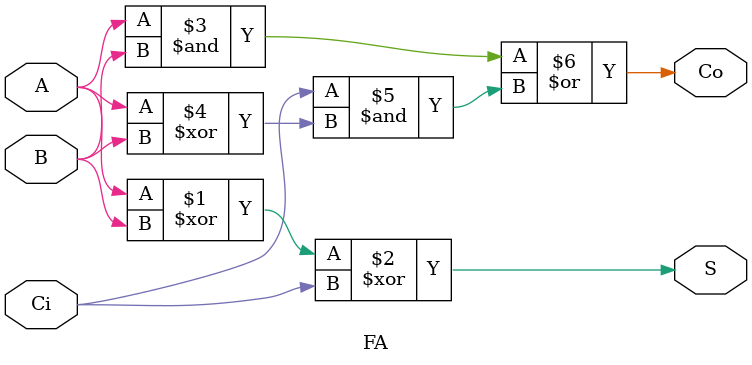
<source format=sv>
module FA (
    input  logic A,   // data operand A bit
    input  logic B,   // data operand B bit
    input  logic Ci,  // carry input
    output logic S,   // sum
    output logic Co   // carry output
);
    assign S = A ^ B ^ Ci;
    assign Co = (A & B) | (Ci & (A ^ B));
endmodule: FA
</source>
